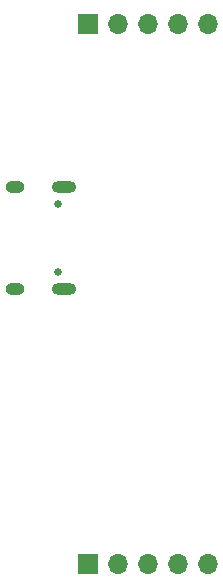
<source format=gbr>
%TF.GenerationSoftware,KiCad,Pcbnew,8.0.5*%
%TF.CreationDate,2024-11-24T13:21:31+05:30*%
%TF.ProjectId,usb_power,7573625f-706f-4776-9572-2e6b69636164,rev?*%
%TF.SameCoordinates,Original*%
%TF.FileFunction,Soldermask,Bot*%
%TF.FilePolarity,Negative*%
%FSLAX46Y46*%
G04 Gerber Fmt 4.6, Leading zero omitted, Abs format (unit mm)*
G04 Created by KiCad (PCBNEW 8.0.5) date 2024-11-24 13:21:31*
%MOMM*%
%LPD*%
G01*
G04 APERTURE LIST*
%ADD10C,0.650000*%
%ADD11O,2.100000X1.000000*%
%ADD12O,1.600000X1.000000*%
%ADD13R,1.700000X1.700000*%
%ADD14O,1.700000X1.700000*%
G04 APERTURE END LIST*
D10*
%TO.C,J1*%
X53340000Y-66040000D03*
X53340000Y-71820000D03*
D11*
X53870000Y-64610000D03*
D12*
X49690000Y-64610000D03*
D11*
X53870000Y-73250000D03*
D12*
X49690000Y-73250000D03*
%TD*%
D13*
%TO.C,GND1*%
X55880000Y-96520000D03*
D14*
X58420000Y-96520000D03*
X60960000Y-96520000D03*
X63500000Y-96520000D03*
X66040000Y-96520000D03*
%TD*%
D13*
%TO.C,5V1*%
X55880000Y-50800000D03*
D14*
X58420000Y-50800000D03*
X60960000Y-50800000D03*
X63500000Y-50800000D03*
X66040000Y-50800000D03*
%TD*%
M02*

</source>
